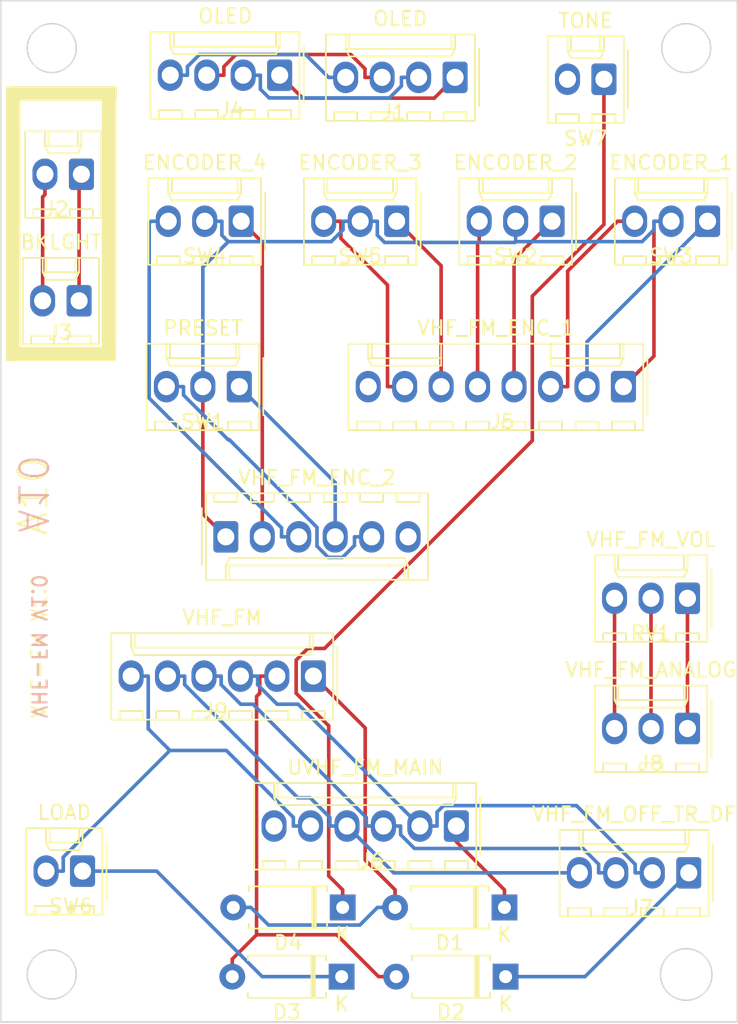
<source format=kicad_pcb>
(kicad_pcb (version 20221018) (generator pcbnew)
  (layers (0 "F.Cu" signal) (31 "B.Cu" signal) (34 "B.Paste" user) (35 "F.Paste" user) (36 "B.SilkS" user "B.Silkscreen") (37 "F.SilkS" user "F.Silkscreen") (38 "B.Mask" user) (39 "F.Mask" user) (44 "Edge.Cuts" user))
  (net 0 "")
  (net 1 "Net-(D1-K)")
  (net 2 "/COL6")
  (net 3 "Net-(D2-K)")
  (net 4 "Net-(D3-K)")
  (net 5 "Net-(D4-K)")
  (net 6 "/COL7")
  (net 7 "/ANALOG_5V")
  (net 8 "/ANALOG_GND")
  (net 9 "/ROW0")
  (net 10 "/ROW1")
  (net 11 "/ROW2")
  (net 12 "/ROW3")
  (net 13 "/ROW4")
  (net 14 "GND")
  (net 15 "Net-(J1-Pin_1)")
  (net 16 "Net-(J1-Pin_2)")
  (net 17 "Net-(J1-Pin_3)")
  (net 18 "Net-(J1-Pin_4)")
  (net 19 "Net-(J2-Pin_1)")
  (net 20 "Net-(J2-Pin_2)")
  (net 21 "/VHF__FM_ENC_1_A")
  (net 22 "/VHF__FM_ENC_1_B")
  (net 24 "/VHF_FM_VOL")
  (net 25 "/VHF__FM_PRESET_A")
  (net 26 "/VHF__FM_PRESET_B")
  (net 27 "/VHF__FM_ENC_2_A")
  (net 28 "/VHF__FM_ENC_2_B")
  (net 29 "/VHF__FM_ENC_4_A")
  (net 30 "/VHF__FM_ENC_4_B")
  (net 31 "/VHF__FM_ENC_3_A")
  (net 32 "/VHF__FM_ENC_3_B")
  (footprint "Connector_Molex:Molex_KK-254_AE-6410-06A_1x06_P2.54mm_Vertical" (layer "F.Cu") (at 121.47 81.47)
    (fp_text reference "VHF_FM_ENC_2" (at 6.35 -4.12) (layer "F.SilkS"))
    (fp_text value "UHF_MAIN")
    (pad "1" thru_hole roundrect (at 0 0) (size 1.74 2.19) (drill 1.19) (layers "*.Cu" "*.Mask") (roundrect_rratio 0.1436781609) (net 14 "GND"))
    (pad "2" thru_hole oval (at 2.54 0) (size 1.74 2.19) (drill 1.19) (layers "*.Cu" "*.Mask") (net 29 "/VHF__FM_ENC_4_A"))
    (pad "3" thru_hole oval (at 5.08 0) (size 1.74 2.19) (drill 1.19) (layers "*.Cu" "*.Mask") (net 30 "/VHF__FM_ENC_4_B"))
    (pad "4" thru_hole oval (at 7.62 0) (size 1.74 2.19) (drill 1.19) (layers "*.Cu" "*.Mask") (net 25 "/VHF__FM_PRESET_A"))
    (pad "5" thru_hole oval (at 10.16 0) (size 1.74 2.19) (drill 1.19) (layers "*.Cu" "*.Mask") (net 26 "/VHF__FM_PRESET_B"))
    (pad "6" thru_hole oval (at 12.7 0) (size 1.74 2.19) (drill 1.19) (layers "*.Cu" "*.Mask"))
  )
  (footprint "Connector_Molex:Molex_KK-254_AE-6410-02A_1x02_P2.54mm_Vertical" (layer "F.Cu") (at 147.81 49.6 180)
    (fp_text reference "SW7" (at 1.27 -4.12) (layer "F.SilkS"))
    (fp_text value "TONE" (at 1.27 4.08) (layer "F.SilkS"))
    (pad "1" thru_hole roundrect (at 0 0 180) (size 1.74 2.19) (drill 1.19) (layers "*.Cu" "*.Mask") (roundrect_rratio 0.1436781609) (net 5 "Net-(D4-K)"))
    (pad "2" thru_hole oval (at 2.54 0 180) (size 1.74 2.19) (drill 1.19) (layers "*.Cu" "*.Mask") (net 13 "/ROW4"))
  )
  (footprint "Connector_Molex:Molex_KK-254_AE-6410-04A_1x04_P2.54mm_Vertical" (layer "F.Cu") (at 137.44 49.47 180)
    (fp_text reference "J1" (at 4.28 -2.43) (layer "F.SilkS"))
    (fp_text value "OLED" (at 3.81 4.08) (layer "F.SilkS"))
    (pad "1" thru_hole roundrect (at 0 0 180) (size 1.74 2.19) (drill 1.19) (layers "*.Cu" "*.Mask") (roundrect_rratio 0.1436781609) (net 15 "Net-(J1-Pin_1)"))
    (pad "2" thru_hole oval (at 2.54 0 180) (size 1.74 2.19) (drill 1.19) (layers "*.Cu" "*.Mask") (net 16 "Net-(J1-Pin_2)"))
    (pad "3" thru_hole oval (at 5.08 0 180) (size 1.74 2.19) (drill 1.19) (layers "*.Cu" "*.Mask") (net 17 "Net-(J1-Pin_3)"))
    (pad "4" thru_hole oval (at 7.62 0 180) (size 1.74 2.19) (drill 1.19) (layers "*.Cu" "*.Mask") (net 18 "Net-(J1-Pin_4)"))
  )
  (footprint "Connector_Molex:Molex_KK-254_AE-6410-03A_1x03_P2.54mm_Vertical" (layer "F.Cu") (at 153.63 85.75 180)
    (fp_text reference "RV1" (at 2.54 -2.43) (layer "F.SilkS"))
    (fp_text value "VHF_FM_VOL" (at 2.54 4.08) (layer "F.SilkS"))
    (pad "1" thru_hole roundrect (at 0 0 180) (size 1.74 2.19) (drill 1.19) (layers "*.Cu" "*.Mask") (roundrect_rratio 0.1436781609) (net 7 "/ANALOG_5V"))
    (pad "2" thru_hole oval (at 2.54 0 180) (size 1.74 2.19) (drill 1.19) (layers "*.Cu" "*.Mask") (net 24 "/VHF_FM_VOL"))
    (pad "3" thru_hole oval (at 5.08 0 180) (size 1.74 2.19) (drill 1.19) (layers "*.Cu" "*.Mask") (net 8 "/ANALOG_GND"))
  )
  (footprint "Connector_Molex:Molex_KK-254_AE-6410-03A_1x03_P2.54mm_Vertical" (layer "F.Cu") (at 133.37 59.49 180)
    (fp_text reference "SW5" (at 2.54 -2.43) (layer "F.SilkS"))
    (fp_text value "ENCODER_3" (at 2.54 4.08) (layer "F.SilkS"))
    (pad "1" thru_hole roundrect (at 0 0 180) (size 1.74 2.19) (drill 1.19) (layers "*.Cu" "*.Mask") (roundrect_rratio 0.1436781609) (net 31 "/VHF__FM_ENC_3_A"))
    (pad "2" thru_hole oval (at 2.54 0 180) (size 1.74 2.19) (drill 1.19) (layers "*.Cu" "*.Mask") (net 14 "GND"))
    (pad "3" thru_hole oval (at 5.08 0 180) (size 1.74 2.19) (drill 1.19) (layers "*.Cu" "*.Mask") (net 32 "/VHF__FM_ENC_3_B"))
  )
  (footprint "Connector_Molex:Molex_KK-254_AE-6410-08A_1x08_P2.54mm_Vertical" (layer "F.Cu") (at 149.17 71.01 180)
    (fp_text reference "J5" (at 8.42 -2.43) (layer "F.SilkS"))
    (fp_text value "VHF_FM_ENC_1" (at 8.89 4.08) (layer "F.SilkS"))
    (pad "1" thru_hole roundrect (at 0 0 180) (size 1.74 2.19) (drill 1.19) (layers "*.Cu" "*.Mask") (roundrect_rratio 0.1436781609) (net 14 "GND"))
    (pad "2" thru_hole oval (at 2.54 0 180) (size 1.74 2.19) (drill 1.19) (layers "*.Cu" "*.Mask") (net 21 "/VHF__FM_ENC_1_A"))
    (pad "3" thru_hole oval (at 5.08 0 180) (size 1.74 2.19) (drill 1.19) (layers "*.Cu" "*.Mask") (net 22 "/VHF__FM_ENC_1_B"))
    (pad "4" thru_hole oval (at 7.62 0 180) (size 1.74 2.19) (drill 1.19) (layers "*.Cu" "*.Mask") (net 27 "/VHF__FM_ENC_2_A"))
    (pad "5" thru_hole oval (at 10.16 0 180) (size 1.74 2.19) (drill 1.19) (layers "*.Cu" "*.Mask") (net 28 "/VHF__FM_ENC_2_B"))
    (pad "6" thru_hole oval (at 12.7 0 180) (size 1.74 2.19) (drill 1.19) (layers "*.Cu" "*.Mask") (net 31 "/VHF__FM_ENC_3_A"))
    (pad "7" thru_hole oval (at 15.24 0 180) (size 1.74 2.19) (drill 1.19) (layers "*.Cu" "*.Mask") (net 32 "/VHF__FM_ENC_3_B"))
    (pad "8" thru_hole oval (at 17.78 0 180) (size 1.74 2.19) (drill 1.19) (layers "*.Cu" "*.Mask"))
  )
  (footprint "Diode_THT:D_A-405_P7.62mm_Horizontal" (layer "F.Cu") (at 129.61 107.28 180)
    (fp_text reference "D4" (at 3.81 -2.47) (layer "F.SilkS"))
    (fp_text value "D")
    (fp_text user "K" (at 0 -1.9) (layer "F.SilkS"))
    (pad "1" thru_hole rect (at 0 0 180) (size 1.8 1.8) (drill 0.9) (layers "*.Cu" "*.Mask") (net 5 "Net-(D4-K)"))
    (pad "2" thru_hole oval (at 7.62 0 180) (size 1.8 1.8) (drill 0.9) (layers "*.Cu" "*.Mask") (net 2 "/COL6"))
  )
  (footprint "Connector_Molex:Molex_KK-254_AE-6410-06A_1x06_P2.54mm_Vertical" (layer "F.Cu") (at 127.57 91.17 180)
    (fp_text reference "J9" (at 6.82 -2.43) (layer "F.SilkS"))
    (fp_text value "VHF_FM" (at 6.35 4.08) (layer "F.SilkS"))
    (pad "1" thru_hole roundrect (at 0 0 180) (size 1.74 2.19) (drill 1.19) (layers "*.Cu" "*.Mask") (roundrect_rratio 0.1436781609) (net 2 "/COL6"))
    (pad "2" thru_hole oval (at 2.54 0 180) (size 1.74 2.19) (drill 1.19) (layers "*.Cu" "*.Mask") (net 6 "/COL7"))
    (pad "3" thru_hole oval (at 5.08 0 180) (size 1.74 2.19) (drill 1.19) (layers "*.Cu" "*.Mask") (net 9 "/ROW0"))
    (pad "4" thru_hole oval (at 7.62 0 180) (size 1.74 2.19) (drill 1.19) (layers "*.Cu" "*.Mask") (net 10 "/ROW1"))
    (pad "5" thru_hole oval (at 10.16 0 180) (size 1.74 2.19) (drill 1.19) (layers "*.Cu" "*.Mask") (net 11 "/ROW2"))
    (pad "6" thru_hole oval (at 12.7 0 180) (size 1.74 2.19) (drill 1.19) (layers "*.Cu" "*.Mask") (net 12 "/ROW3"))
  )
  (footprint "Connector_Molex:Molex_KK-254_AE-6410-06A_1x06_P2.54mm_Vertical" (layer "F.Cu") (at 137.53 101.61 180)
    (fp_text reference "J6" (at 5.88 -2.43 180) (layer "F.SilkS"))
    (fp_text value "UVHF_FM_MAIN" (at 6.35 4.08 180) (layer "F.SilkS"))
    (pad "1" thru_hole roundrect (at 0 0 180) (size 1.74 2.19) (drill 1.19) (layers "*.Cu" "*.Mask") (roundrect_rratio 0.1436781609) (net 1 "Net-(D1-K)"))
    (pad "2" thru_hole oval (at 2.54 0 180) (size 1.74 2.19) (drill 1.19) (layers "*.Cu" "*.Mask") (net 9 "/ROW0"))
    (pad "3" thru_hole oval (at 5.08 0 180) (size 1.74 2.19) (drill 1.19) (layers "*.Cu" "*.Mask") (net 10 "/ROW1"))
    (pad "4" thru_hole oval (at 7.62 0 180) (size 1.74 2.19) (drill 1.19) (layers "*.Cu" "*.Mask") (net 11 "/ROW2"))
    (pad "5" thru_hole oval (at 10.16 0 180) (size 1.74 2.19) (drill 1.19) (layers "*.Cu" "*.Mask") (net 12 "/ROW3"))
    (pad "6" thru_hole oval (at 12.7 0 180) (size 1.74 2.19) (drill 1.19) (layers "*.Cu" "*.Mask"))
  )
  (footprint "Connector_Molex:Molex_KK-254_AE-6410-02A_1x02_P2.54mm_Vertical" (layer "F.Cu") (at 111.25 65.03 180)
    (fp_text reference "J3" (at 1.31 -2.2 180) (layer "F.SilkS"))
    (fp_text value "BKLGHT" (at 1.27 4.08 180) (layer "F.SilkS"))
    (pad "1" thru_hole roundrect (at 0 0 180) (size 1.74 2.19) (drill 1.19) (layers "*.Cu" "*.Mask") (roundrect_rratio 0.1436781609) (net 19 "Net-(J2-Pin_1)"))
    (pad "2" thru_hole oval (at 2.54 0 180) (size 1.74 2.19) (drill 1.19) (layers "*.Cu" "*.Mask") (net 20 "Net-(J2-Pin_2)"))
  )
  (footprint "Connector_Molex:Molex_KK-254_AE-6410-03A_1x03_P2.54mm_Vertical" (layer "F.Cu") (at 153.63 94.82 180)
    (fp_text reference "J8" (at 2.54 -2.43 180) (layer "F.SilkS"))
    (fp_text value "VHF_FM_ANALOG" (at 2.54 4.08 180) (layer "F.SilkS"))
    (pad "1" thru_hole roundrect (at 0 0 180) (size 1.74 2.19) (drill 1.19) (layers "*.Cu" "*.Mask") (roundrect_rratio 0.1436781609) (net 7 "/ANALOG_5V"))
    (pad "2" thru_hole oval (at 2.54 0 180) (size 1.74 2.19) (drill 1.19) (layers "*.Cu" "*.Mask") (net 24 "/VHF_FM_VOL"))
    (pad "3" thru_hole oval (at 5.08 0 180) (size 1.74 2.19) (drill 1.19) (layers "*.Cu" "*.Mask") (net 8 "/ANALOG_GND"))
  )
  (footprint "Connector_Molex:Molex_KK-254_AE-6410-03A_1x03_P2.54mm_Vertical" (layer "F.Cu") (at 155.03 59.49 180)
    (fp_text reference "SW3" (at 2.54 -2.43) (layer "F.SilkS"))
    (fp_text value "ENCODER_1" (at 2.54 4.08) (layer "F.SilkS"))
    (pad "1" thru_hole roundrect (at 0 0 180) (size 1.74 2.19) (drill 1.19) (layers "*.Cu" "*.Mask") (roundrect_rratio 0.1436781609) (net 21 "/VHF__FM_ENC_1_A"))
    (pad "2" thru_hole oval (at 2.54 0 180) (size 1.74 2.19) (drill 1.19) (layers "*.Cu" "*.Mask") (net 14 "GND"))
    (pad "3" thru_hole oval (at 5.08 0 180) (size 1.74 2.19) (drill 1.19) (layers "*.Cu" "*.Mask") (net 22 "/VHF__FM_ENC_1_B"))
  )
  (footprint "Diode_THT:D_A-405_P7.62mm_Horizontal" (layer "F.Cu") (at 140.96 112.1 180)
    (fp_text reference "D2" (at 3.81 -2.47) (layer "F.SilkS"))
    (fp_text value "D")
    (fp_text user "K" (at 0 -1.9) (layer "F.SilkS"))
    (pad "1" thru_hole rect (at 0 0 180) (size 1.8 1.8) (drill 0.9) (layers "*.Cu" "*.Mask") (net 3 "Net-(D2-K)"))
    (pad "2" thru_hole oval (at 7.62 0 180) (size 1.8 1.8) (drill 0.9) (layers "*.Cu" "*.Mask") (net 6 "/COL7"))
  )
  (footprint "Connector_Molex:Molex_KK-254_AE-6410-04A_1x04_P2.54mm_Vertical" (layer "F.Cu") (at 153.72 104.87 180)
    (fp_text reference "J7" (at 3.34 -2.43) (layer "F.SilkS"))
    (fp_text value "VHF_FM_OFF_TR_DF" (at 3.81 4.08) (layer "F.SilkS"))
    (pad "1" thru_hole roundrect (at 0 0 180) (size 1.74 2.19) (drill 1.19) (layers "*.Cu" "*.Mask") (roundrect_rratio 0.1436781609) (net 3 "Net-(D2-K)"))
    (pad "2" thru_hole oval (at 2.54 0 180) (size 1.74 2.19) (drill 1.19) (layers "*.Cu" "*.Mask") (net 9 "/ROW0"))
    (pad "3" thru_hole oval (at 5.08 0 180) (size 1.74 2.19) (drill 1.19) (layers "*.Cu" "*.Mask") (net 10 "/ROW1"))
    (pad "4" thru_hole oval (at 7.62 0 180) (size 1.74 2.19) (drill 1.19) (layers "*.Cu" "*.Mask") (net 11 "/ROW2"))
  )
  (footprint "Connector_Molex:Molex_KK-254_AE-6410-04A_1x04_P2.54mm_Vertical" (layer "F.Cu") (at 125.22 49.32 180)
    (fp_text reference "J4" (at 3.34 -2.43) (layer "F.SilkS"))
    (fp_text value "OLED" (at 3.78 4.12) (layer "F.SilkS"))
    (pad "1" thru_hole roundrect (at 0 0 180) (size 1.74 2.19) (drill 1.19) (layers "*.Cu" "*.Mask") (roundrect_rratio 0.1436781609) (net 15 "Net-(J1-Pin_1)"))
    (pad "2" thru_hole oval (at 2.54 0 180) (size 1.74 2.19) (drill 1.19) (layers "*.Cu" "*.Mask") (net 16 "Net-(J1-Pin_2)"))
    (pad "3" thru_hole oval (at 5.08 0 180) (size 1.74 2.19) (drill 1.19) (layers "*.Cu" "*.Mask") (net 17 "Net-(J1-Pin_3)"))
    (pad "4" thru_hole oval (at 7.62 0 180) (size 1.74 2.19) (drill 1.19) (layers "*.Cu" "*.Mask") (net 18 "Net-(J1-Pin_4)"))
  )
  (footprint "Connector_Molex:Molex_KK-254_AE-6410-03A_1x03_P2.54mm_Vertical" (layer "F.Cu") (at 122.41 71.01 180)
    (fp_text reference "SW1" (at 2.54 -2.43) (layer "F.SilkS"))
    (fp_text value "PRESET" (at 2.54 4.08) (layer "F.SilkS"))
    (pad "1" thru_hole roundrect (at 0 0 180) (size 1.74 2.19) (drill 1.19) (layers "*.Cu" "*.Mask") (roundrect_rratio 0.1436781609) (net 25 "/VHF__FM_PRESET_A"))
    (pad "2" thru_hole oval (at 2.54 0 180) (size 1.74 2.19) (drill 1.19) (layers "*.Cu" "*.Mask") (net 14 "GND"))
    (pad "3" thru_hole oval (at 5.08 0 180) (size 1.74 2.19) (drill 1.19) (layers "*.Cu" "*.Mask") (net 26 "/VHF__FM_PRESET_B"))
  )
  (footprint "Diode_THT:D_A-405_P7.62mm_Horizontal" (layer "F.Cu") (at 140.88 107.28 180)
    (fp_text reference "D1" (at 3.81 -2.47) (layer "F.SilkS"))
    (fp_text value "D")
    (fp_text user "K" (at 0 -1.9) (layer "F.SilkS"))
    (pad "1" thru_hole rect (at 0 0 180) (size 1.8 1.8) (drill 0.9) (layers "*.Cu" "*.Mask") (net 1 "Net-(D1-K)"))
    (pad "2" thru_hole oval (at 7.62 0 180) (size 1.8 1.8) (drill 0.9) (layers "*.Cu" "*.Mask") (net 2 "/COL6"))
  )
  (footprint "Connector_Molex:Molex_KK-254_AE-6410-03A_1x03_P2.54mm_Vertical" (layer "F.Cu") (at 144.2 59.49 180)
    (fp_text reference "SW2" (at 2.54 -2.43) (layer "F.SilkS"))
    (fp_text value "ENCODER_2" (at 2.54 4.08) (layer "F.SilkS"))
    (pad "1" thru_hole roundrect (at 0 0 180) (size 1.74 2.19) (drill 1.19) (layers "*.Cu" "*.Mask") (roundrect_rratio 0.1436781609) (net 27 "/VHF__FM_ENC_2_A"))
    (pad "2" thru_hole oval (at 2.54 0 180) (size 1.74 2.19) (drill 1.19) (layers "*.Cu" "*.Mask") (net 14 "GND"))
    (pad "3" thru_hole oval (at 5.08 0 180) (size 1.74 2.19) (drill 1.19) (layers "*.Cu" "*.Mask") (net 28 "/VHF__FM_ENC_2_B"))
  )
  (footprint "Diode_THT:D_A-405_P7.62mm_Horizontal" (layer "F.Cu") (at 129.54 112.1 180)
    (fp_text reference "D3" (at 3.81 -2.47) (layer "F.SilkS"))
    (fp_text value "D")
    (fp_text user "K" (at 0 -1.9) (layer "F.SilkS"))
    (pad "1" thru_hole rect (at 0 0 180) (size 1.8 1.8) (drill 0.9) (layers "*.Cu" "*.Mask") (net 4 "Net-(D3-K)"))
    (pad "2" thru_hole oval (at 7.62 0 180) (size 1.8 1.8) (drill 0.9) (layers "*.Cu" "*.Mask") (net 6 "/COL7"))
  )
  (footprint "Connector_Molex:Molex_KK-254_AE-6410-03A_1x03_P2.54mm_Vertical" (layer "F.Cu") (at 122.54 59.49 180)
    (fp_text reference "SW4" (at 2.54 -2.43) (layer "F.SilkS"))
    (fp_text value "ENCODER_4" (at 2.54 4.08) (layer "F.SilkS"))
    (pad "1" thru_hole roundrect (at 0 0 180) (size 1.74 2.19) (drill 1.19) (layers "*.Cu" "*.Mask") (roundrect_rratio 0.1436781609) (net 29 "/VHF__FM_ENC_4_A"))
    (pad "2" thru_hole oval (at 2.54 0 180) (size 1.74 2.19) (drill 1.19) (layers "*.Cu" "*.Mask") (net 14 "GND"))
    (pad "3" thru_hole oval (at 5.08 0 180) (size 1.74 2.19) (drill 1.19) (layers "*.Cu" "*.Mask") (net 30 "/VHF__FM_ENC_4_B"))
  )
  (footprint "Connector_Molex:Molex_KK-254_AE-6410-02A_1x02_P2.54mm_Vertical" (layer "F.Cu") (at 111.41 56.22 180)
    (fp_text reference "J2" (at 1.74 -2.43) (layer "F.SilkS"))
    (fp_text value "BKLGHT")
    (pad "1" thru_hole roundrect (at 0 0 180) (size 1.74 2.19) (drill 1.19) (layers "*.Cu" "*.Mask") (roundrect_rratio 0.1436781609) (net 19 "Net-(J2-Pin_1)"))
    (pad "2" thru_hole oval (at 2.54 0 180) (size 1.74 2.19) (drill 1.19) (layers "*.Cu" "*.Mask") (net 20 "Net-(J2-Pin_2)"))
  )
  (footprint "Connector_Molex:Molex_KK-254_AE-6410-02A_1x02_P2.54mm_Vertical" (layer "F.Cu") (at 111.49 104.75 180)
    (fp_text reference "SW6" (at 0.8 -2.43) (layer "F.SilkS"))
    (fp_text value "LOAD" (at 1.27 4.08) (layer "F.SilkS"))
    (pad "1" thru_hole roundrect (at 0 0 180) (size 1.74 2.19) (drill 1.19) (layers "*.Cu" "*.Mask") (roundrect_rratio 0.1436781609) (net 4 "Net-(D3-K)"))
    (pad "2" thru_hole oval (at 2.54 0 180) (size 1.74 2.19) (drill 1.19) (layers "*.Cu" "*.Mask") (net 12 "/ROW3"))
  )
  (gr_rect (start 106.23 69.1577) (end 107.09 50.1723) (stroke (width 0.15)) (fill solid) (layer "F.SilkS"))
  (gr_rect (start 112.91 68.33) (end 113.77 50.9946) (stroke (width 0.15)) (fill solid) (layer "F.SilkS"))
  (gr_rect (start 106.75 51.02) (end 113.8 50.16) (stroke (width 0.15)) (fill solid) (layer "F.SilkS"))
  (gr_rect (start 106.75 69.17) (end 113.74 68.31) (stroke (width 0.15)) (fill solid) (layer "F.SilkS"))
  (gr_rect (start 105.79 44.132) (end 157.098 115.252) (stroke (width 0.1)) (fill none) (layer "Edge.Cuts"))
  (gr_circle (center 153.542 47.434) (end 154.304 45.91) (stroke (width 0.1)) (fill none) (layer "Edge.Cuts"))
  (gr_circle (center 109.346 47.434) (end 110.108 45.91) (stroke (width 0.1)) (fill none) (layer "Edge.Cuts"))
  (gr_circle (center 109.346 111.95) (end 110.108 110.426) (stroke (width 0.1)) (fill none) (layer "Edge.Cuts"))
  (gr_circle (center 153.542 111.95) (end 153.796 110.172) (stroke (width 0.1)) (fill none) (layer "Edge.Cuts"))
  (gr_text "VHF-FM V1.0" (at 107.86 94.19 -90) (layer "B.SilkS") (effects (font (size 1 1)) (justify left bottom mirror)))
  (gr_text "A10" (at 106.84 81.33 -90) (layer "B.SilkS") (effects (font (size 2 2)) (justify left bottom mirror)))
  (gr_text "A10" (at 109.22 81.51 90) (layer "F.SilkS") (effects (font (size 2 2)) (justify left bottom)))
  (gr_text "VHF-FM V1.0" (at 109.05 94.19 90) (layer "F.SilkS") (effects (font (size 1 1)) (justify left bottom)))
  (segment (start 140.88 107.28) (end 140.88 106.0547) (width 0.25) (layer "F.Cu") (net 1))
  (segment (start 140.88 106.0547) (end 137.53 102.7047) (width 0.25) (layer "F.Cu") (net 1))
  (segment (start 137.53 102.7047) (end 137.53 101.61) (width 0.25) (layer "F.Cu") (net 1))
  (segment (start 133.26 107.28) (end 133.26 106.0547) (width 0.25) (layer "F.Cu") (net 2))
  (segment (start 131.18 94.78) (end 131.18 103.9747) (width 0.25) (layer "F.Cu") (net 2))
  (segment (start 131.18 103.9747) (end 133.26 106.0547) (width 0.25) (layer "F.Cu") (net 2))
  (segment (start 127.57 91.17) (end 131.18 94.78) (width 0.25) (layer "F.Cu") (net 2))
  (segment (start 121.99 107.28) (end 123.2153 107.28) (width 0.25) (layer "B.Cu") (net 2))
  (segment (start 133.26 107.28) (end 132.0347 107.28) (width 0.25) (layer "B.Cu") (net 2))
  (segment (start 130.8094 108.5053) (end 124.4406 108.5053) (width 0.25) (layer "B.Cu") (net 2))
  (segment (start 132.0347 107.28) (end 130.8094 108.5053) (width 0.25) (layer "B.Cu") (net 2))
  (segment (start 124.4406 108.5053) (end 123.2153 107.28) (width 0.25) (layer "B.Cu") (net 2))
  (segment (start 140.96 112.1) (end 146.49 112.1) (width 0.25) (layer "B.Cu") (net 3))
  (segment (start 146.49 112.1) (end 153.72 104.87) (width 0.25) (layer "B.Cu") (net 3))
  (segment (start 124.0073 112.1) (end 116.6573 104.75) (width 0.25) (layer "B.Cu") (net 4))
  (segment (start 129.54 112.1) (end 124.0073 112.1) (width 0.25) (layer "B.Cu") (net 4))
  (segment (start 116.6573 104.75) (end 111.49 104.75) (width 0.25) (layer "B.Cu") (net 4))
  (segment (start 128.3484 89.2425) (end 142.82 74.7709) (width 0.25) (layer "F.Cu") (net 5))
  (segment (start 126.3705 90.053) (end 127.181 89.2425) (width 0.25) (layer "F.Cu") (net 5))
  (segment (start 147.81 59.7144) (end 147.81 49.6) (width 0.25) (layer "F.Cu") (net 5))
  (segment (start 142.82 74.7709) (end 142.82 64.7044) (width 0.25) (layer "F.Cu") (net 5))
  (segment (start 126.3705 92.363) (end 126.3705 90.053) (width 0.25) (layer "F.Cu") (net 5))
  (segment (start 129.61 107.28) (end 129.61 106.0547) (width 0.25) (layer "F.Cu") (net 5))
  (segment (start 128.64 105.0847) (end 128.64 94.6325) (width 0.25) (layer "F.Cu") (net 5))
  (segment (start 127.181 89.2425) (end 128.3484 89.2425) (width 0.25) (layer "F.Cu") (net 5))
  (segment (start 128.64 94.6325) (end 126.3705 92.363) (width 0.25) (layer "F.Cu") (net 5))
  (segment (start 129.61 106.0547) (end 128.64 105.0847) (width 0.25) (layer "F.Cu") (net 5))
  (segment (start 142.82 64.7044) (end 147.81 59.7144) (width 0.25) (layer "F.Cu") (net 5))
  (segment (start 123.6124 92.5876) (end 123.6124 109.1823) (width 0.25) (layer "F.Cu") (net 6))
  (segment (start 123.8347 91.17) (end 123.8347 92.3653) (width 0.25) (layer "F.Cu") (net 6))
  (segment (start 125.03 91.17) (end 123.8347 91.17) (width 0.25) (layer "F.Cu") (net 6))
  (segment (start 133.34 112.1) (end 132.1147 112.1) (width 0.25) (layer "F.Cu") (net 6))
  (segment (start 129.197 109.1823) (end 132.1147 112.1) (width 0.25) (layer "F.Cu") (net 6))
  (segment (start 123.6124 109.1823) (end 129.197 109.1823) (width 0.25) (layer "F.Cu") (net 6))
  (segment (start 123.8347 92.3653) (end 123.6124 92.5876) (width 0.25) (layer "F.Cu") (net 6))
  (segment (start 121.92 112.1) (end 121.92 110.8747) (width 0.25) (layer "F.Cu") (net 6))
  (segment (start 123.6124 109.1823) (end 121.92 110.8747) (width 0.25) (layer "F.Cu") (net 6))
  (segment (start 153.63 85.75) (end 153.63 94.82) (width 0.25) (layer "F.Cu") (net 7))
  (segment (start 148.55 85.75) (end 148.55 94.82) (width 0.25) (layer "F.Cu") (net 8))
  (segment (start 126.5052 93.1252) (end 134.99 101.61) (width 0.25) (layer "B.Cu") (net 9))
  (segment (start 134.99 101.61) (end 136.1853 101.61) (width 0.25) (layer "B.Cu") (net 9))
  (segment (start 123.6853 91.7677) (end 125.0428 93.1252) (width 0.25) (layer "B.Cu") (net 9))
  (segment (start 151.18 104.87) (end 149.9847 104.87) (width 0.25) (layer "B.Cu") (net 9))
  (segment (start 122.49 91.17) (end 123.6853 91.17) (width 0.25) (layer "B.Cu") (net 9))
  (segment (start 123.6853 91.17) (end 123.6853 91.7677) (width 0.25) (layer "B.Cu") (net 9))
  (segment (start 136.6353 100.1888) (end 136.1853 100.6388) (width 0.25) (layer "B.Cu") (net 9))
  (segment (start 145.9011 100.1888) (end 136.6353 100.1888) (width 0.25) (layer "B.Cu") (net 9))
  (segment (start 149.9847 104.87) (end 149.9847 104.2724) (width 0.25) (layer "B.Cu") (net 9))
  (segment (start 149.9847 104.2724) (end 145.9011 100.1888) (width 0.25) (layer "B.Cu") (net 9))
  (segment (start 136.1853 100.6388) (end 136.1853 101.61) (width 0.25) (layer "B.Cu") (net 9))
  (segment (start 125.0428 93.1252) (end 126.5052 93.1252) (width 0.25) (layer "B.Cu") (net 9))
  (segment (start 147.4447 104.2724) (end 146.3463 103.174) (width 0.25) (layer "B.Cu") (net 10))
  (segment (start 122.5028 93.1252) (end 123.3675 93.1252) (width 0.25) (layer "B.Cu") (net 10))
  (segment (start 119.95 91.17) (end 121.1453 91.17) (width 0.25) (layer "B.Cu") (net 10))
  (segment (start 146.3463 103.174) (end 134.6116 103.174) (width 0.25) (layer "B.Cu") (net 10))
  (segment (start 148.64 104.87) (end 147.4447 104.87) (width 0.25) (layer "B.Cu") (net 10))
  (segment (start 131.2547 101.0124) (end 131.2547 101.61) (width 0.25) (layer "B.Cu") (net 10))
  (segment (start 133.6453 102.2077) (end 133.6453 101.61) (width 0.25) (layer "B.Cu") (net 10))
  (segment (start 132.45 101.61) (end 133.6453 101.61) (width 0.25) (layer "B.Cu") (net 10))
  (segment (start 123.3675 93.1252) (end 131.2547 101.0124) (width 0.25) (layer "B.Cu") (net 10))
  (segment (start 147.4447 104.87) (end 147.4447 104.2724) (width 0.25) (layer "B.Cu") (net 10))
  (segment (start 132.45 101.61) (end 131.2547 101.61) (width 0.25) (layer "B.Cu") (net 10))
  (segment (start 121.1453 91.17) (end 121.1453 91.7677) (width 0.25) (layer "B.Cu") (net 10))
  (segment (start 134.6116 103.174) (end 133.6453 102.2077) (width 0.25) (layer "B.Cu") (net 10))
  (segment (start 121.1453 91.7677) (end 122.5028 93.1252) (width 0.25) (layer "B.Cu") (net 10))
  (segment (start 117.41 91.17) (end 118.6053 91.17) (width 0.25) (layer "B.Cu") (net 11))
  (segment (start 133.17 104.87) (end 129.91 101.61) (width 0.25) (layer "B.Cu") (net 11))
  (segment (start 128.7147 101.0124) (end 128.7147 101.61) (width 0.25) (layer "B.Cu") (net 11))
  (segment (start 118.6053 91.7676) (end 126.4787 99.641) (width 0.25) (layer "B.Cu") (net 11))
  (segment (start 129.91 101.61) (end 128.7147 101.61) (width 0.25) (layer "B.Cu") (net 11))
  (segment (start 146.1 104.87) (end 133.17 104.87) (width 0.25) (layer "B.Cu") (net 11))
  (segment (start 127.3433 99.641) (end 128.7147 101.0124) (width 0.25) (layer "B.Cu") (net 11))
  (segment (start 118.6053 91.17) (end 118.6053 91.7676) (width 0.25) (layer "B.Cu") (net 11))
  (segment (start 126.4787 99.641) (end 127.3433 99.641) (width 0.25) (layer "B.Cu") (net 11))
  (segment (start 126.1747 101.61) (end 126.1747 101.0124) (width 0.25) (layer "B.Cu") (net 12))
  (segment (start 110.1453 103.7788) (end 110.1453 104.75) (width 0.25) (layer "B.Cu") (net 12))
  (segment (start 114.87 91.17) (end 116.0653 91.17) (width 0.25) (layer "B.Cu") (net 12))
  (segment (start 117.5754 96.3487) (end 110.1453 103.7788) (width 0.25) (layer "B.Cu") (net 12))
  (segment (start 108.95 104.75) (end 110.1453 104.75) (width 0.25) (layer "B.Cu") (net 12))
  (segment (start 127.37 101.61) (end 126.1747 101.61) (width 0.25) (layer "B.Cu") (net 12))
  (segment (start 126.1747 101.0124) (end 121.511 96.3487) (width 0.25) (layer "B.Cu") (net 12))
  (segment (start 121.511 96.3487) (end 117.5754 96.3487) (width 0.25) (layer "B.Cu") (net 12))
  (segment (start 116.0653 91.17) (end 116.0653 94.8386) (width 0.25) (layer "B.Cu") (net 12))
  (segment (start 116.0653 94.8386) (end 117.5754 96.3487) (width 0.25) (layer "B.Cu") (net 12))
  (segment (start 151.2947 68.8853) (end 149.17 71.01) (width 0.25) (layer "F.Cu") (net 14))
  (segment (start 151.2947 59.49) (end 151.2947 68.8853) (width 0.25) (layer "F.Cu") (net 14))
  (segment (start 119.87 79.87) (end 121.47 81.47) (width 0.25) (layer "F.Cu") (net 14))
  (segment (start 119.87 71.01) (end 119.87 79.87) (width 0.25) (layer "F.Cu") (net 14))
  (segment (start 152.49 59.49) (end 151.2947 59.49) (width 0.25) (layer "F.Cu") (net 14))
  (segment (start 130.83 59.49) (end 132.0253 59.49) (width 0.25) (layer "B.Cu") (net 14))
  (segment (start 129.6347 60.0876) (end 129.6347 59.49) (width 0.25) (layer "B.Cu") (net 14))
  (segment (start 121.6455 60.9114) (end 128.8109 60.9114) (width 0.25) (layer "B.Cu") (net 14))
  (segment (start 121.1953 59.49) (end 121.1953 60.4612) (width 0.25) (layer "B.Cu") (net 14))
  (segment (start 121.1953 60.4612) (end 121.6455 60.9114) (width 0.25) (layer "B.Cu") (net 14))
  (segment (start 141.66 59.49) (end 141.66 60.9103) (width 0.25) (layer "B.Cu") (net 14))
  (segment (start 119.87 62.6869) (end 119.87 71.01) (width 0.25) (layer "B.Cu") (net 14))
  (segment (start 152.49 59.49) (end 151.2947 59.49) (width 0.25) (layer "B.Cu") (net 14))
  (segment (start 151.2947 60.0876) (end 151.2947 59.49) (width 0.25) (layer "B.Cu") (net 14))
  (segment (start 128.8109 60.9114) (end 129.6347 60.0876) (width 0.25) (layer "B.Cu") (net 14))
  (segment (start 141.66 60.9103) (end 141.6611 60.9114) (width 0.25) (layer "B.Cu") (net 14))
  (segment (start 141.6611 60.9114) (end 150.4709 60.9114) (width 0.25) (layer "B.Cu") (net 14))
  (segment (start 132.5302 60.9661) (end 132.0253 60.4612) (width 0.25) (layer "B.Cu") (net 14))
  (segment (start 141.6042 60.9661) (end 132.5302 60.9661) (width 0.25) (layer "B.Cu") (net 14))
  (segment (start 120 59.49) (end 121.1953 59.49) (width 0.25) (layer "B.Cu") (net 14))
  (segment (start 130.83 59.49) (end 129.6347 59.49) (width 0.25) (layer "B.Cu") (net 14))
  (segment (start 121.6455 60.9114) (end 119.87 62.6869) (width 0.25) (layer "B.Cu") (net 14))
  (segment (start 150.4709 60.9114) (end 151.2947 60.0876) (width 0.25) (layer "B.Cu") (net 14))
  (segment (start 141.66 60.9103) (end 141.6042 60.9661) (width 0.25) (layer "B.Cu") (net 14))
  (segment (start 132.0253 60.4612) (end 132.0253 59.49) (width 0.25) (layer "B.Cu") (net 14))
  (segment (start 137.44 49.47) (end 135.9925 50.9175) (width 0.25) (layer "F.Cu") (net 15))
  (segment (start 135.9925 50.9175) (end 126.8175 50.9175) (width 0.25) (layer "F.Cu") (net 15))
  (segment (start 126.8175 50.9175) (end 125.22 49.32) (width 0.25) (layer "F.Cu") (net 15))
  (segment (start 132.871 50.9013) (end 124.4854 50.9013) (width 0.25) (layer "B.Cu") (net 16))
  (segment (start 133.7047 49.47) (end 133.7047 50.0676) (width 0.25) (layer "B.Cu") (net 16))
  (segment (start 122.68 49.32) (end 123.8753 49.32) (width 0.25) (layer "B.Cu") (net 16))
  (segment (start 134.9 49.47) (end 133.7047 49.47) (width 0.25) (layer "B.Cu") (net 16))
  (segment (start 133.7047 50.0676) (end 132.871 50.9013) (width 0.25) (layer "B.Cu") (net 16))
  (segment (start 124.4854 50.9013) (end 123.8753 50.2912) (width 0.25) (layer "B.Cu") (net 16))
  (segment (start 123.8753 50.2912) (end 123.8753 49.32) (width 0.25) (layer "B.Cu") (net 16))
  (segment (start 120.14 49.32) (end 121.3353 49.32) (width 0.25) (layer "F.Cu") (net 17))
  (segment (start 130.1711 47.8788) (end 122.1788 47.8788) (width 0.25) (layer "F.Cu") (net 17))
  (segment (start 121.3353 48.7223) (end 121.3353 49.32) (width 0.25) (layer "F.Cu") (net 17))
  (segment (start 131.1647 48.8724) (end 130.1711 47.8788) (width 0.25) (layer "F.Cu") (net 17))
  (segment (start 132.36 49.47) (end 131.1647 49.47) (width 0.25) (layer "F.Cu") (net 17))
  (segment (start 122.1788 47.8788) (end 121.3353 48.7223) (width 0.25) (layer "F.Cu") (net 17))
  (segment (start 131.1647 49.47) (end 131.1647 48.8724) (width 0.25) (layer "F.Cu") (net 17))
  (segment (start 128.6247 49.47) (end 127.0335 47.8788) (width 0.25) (layer "B.Cu") (net 18))
  (segment (start 129.82 49.47) (end 128.6247 49.47) (width 0.25) (layer "B.Cu") (net 18))
  (segment (start 119.6388 47.8788) (end 118.7953 48.7223) (width 0.25) (layer "B.Cu") (net 18))
  (segment (start 127.0335 47.8788) (end 119.6388 47.8788) (width 0.25) (layer "B.Cu") (net 18))
  (segment (start 118.7953 48.7223) (end 118.7953 49.32) (width 0.25) (layer "B.Cu") (net 18))
  (segment (start 117.6 49.32) (end 118.7953 49.32) (width 0.25) (layer "B.Cu") (net 18))
  (segment (start 111.41 56.22) (end 111.25 56.38) (width 0.25) (layer "F.Cu") (net 19))
  (segment (start 111.25 56.38) (end 111.25 65.03) (width 0.25) (layer "F.Cu") (net 19))
  (segment (start 108.87 57.6403) (end 108.71 57.8003) (width 0.25) (layer "F.Cu") (net 20))
  (segment (start 108.71 57.8003) (end 108.71 65.03) (width 0.25) (layer "F.Cu") (net 20))
  (segment (start 108.87 56.22) (end 108.87 57.6403) (width 0.25) (layer "F.Cu") (net 20))
  (segment (start 155.03 59.49) (end 146.63 67.89) (width 0.25) (layer "B.Cu") (net 21))
  (segment (start 146.63 67.89) (end 146.63 71.01) (width 0.25) (layer "B.Cu") (net 21))
  (segment (start 148.7547 59.49) (end 145.2853 62.9594) (width 0.25) (layer "F.Cu") (net 22))
  (segment (start 144.09 71.01) (end 145.2853 71.01) (width 0.25) (layer "F.Cu") (net 22))
  (segment (start 145.2853 62.9594) (end 145.2853 71.01) (width 0.25) (layer "F.Cu") (net 22))
  (segment (start 149.95 59.49) (end 148.7547 59.49) (width 0.25) (layer "F.Cu") (net 22))
  (segment (start 151.09 85.75) (end 151.09 94.82) (width 0.25) (layer "F.Cu") (net 24))
  (segment (start 129.09 77.69) (end 129.09 81.47) (width 0.25) (layer "B.Cu") (net 25))
  (segment (start 122.41 71.01) (end 129.09 77.69) (width 0.25) (layer "B.Cu") (net 25))
  (segment (start 117.33 71.01) (end 118.5253 71.01) (width 0.25) (layer "B.Cu") (net 26))
  (segment (start 127.82 80.8061) (end 127.82 82.116) (width 0.25) (layer "B.Cu") (net 26))
  (segment (start 118.5253 71.01) (end 118.5253 71.5981) (width 0.25) (layer "B.Cu") (net 26))
  (segment (start 128.6046 82.9006) (end 129.6017 82.9006) (width 0.25) (layer "B.Cu") (net 26))
  (segment (start 130.4347 82.0676) (end 130.4347 81.47) (width 0.25) (layer "B.Cu") (net 26))
  (segment (start 121.6429 74.7157) (end 121.7296 74.7157) (width 0.25) (layer "B.Cu") (net 26))
  (segment (start 118.5253 71.5981) (end 121.6429 74.7157) (width 0.25) (layer "B.Cu") (net 26))
  (segment (start 129.6017 82.9006) (end 130.4347 82.0676) (width 0.25) (layer "B.Cu") (net 26))
  (segment (start 131.63 81.47) (end 130.4347 81.47) (width 0.25) (layer "B.Cu") (net 26))
  (segment (start 127.82 82.116) (end 128.6046 82.9006) (width 0.25) (layer "B.Cu") (net 26))
  (segment (start 121.7296 74.7157) (end 127.82 80.8061) (width 0.25) (layer "B.Cu") (net 26))
  (segment (start 141.55 62.14) (end 141.55 71.01) (width 0.25) (layer "F.Cu") (net 27))
  (segment (start 144.2 59.49) (end 141.55 62.14) (width 0.25) (layer "F.Cu") (net 27))
  (segment (start 139.12 60.9103) (end 139.01 61.0203) (width 0.25) (layer "F.Cu") (net 28))
  (segment (start 139.12 59.49) (end 139.12 60.9103) (width 0.25) (layer "F.Cu") (net 28))
  (segment (start 139.01 61.0203) (end 139.01 71.01) (width 0.25) (layer "F.Cu") (net 28))
  (segment (start 124.01 60.96) (end 124.01 81.47) (width 0.25) (layer "F.Cu") (net 29))
  (segment (start 122.54 59.49) (end 124.01 60.96) (width 0.25) (layer "F.Cu") (net 29))
  (segment (start 117.46 59.49) (end 116.2647 59.49) (width 0.25) (layer "B.Cu") (net 30))
  (segment (start 116.1331 59.6216) (end 116.1331 71.81) (width 0.25) (layer "B.Cu") (net 30))
  (segment (start 116.2647 59.49) (end 116.1331 59.6216) (width 0.25) (layer "B.Cu") (net 30))
  (segment (start 116.1331 71.81) (end 123.3888 79.0657) (width 0.25) (layer "B.Cu") (net 30))
  (segment (start 125.3547 80.8424) (end 125.3547 81.47) (width 0.25) (layer "B.Cu") (net 30))
  (segment (start 123.578 79.0657) (end 125.3547 80.8424) (width 0.25) (layer "B.Cu") (net 30))
  (segment (start 123.3888 79.0657) (end 123.578 79.0657) (width 0.25) (layer "B.Cu") (net 30))
  (segment (start 126.55 81.47) (end 125.3547 81.47) (width 0.25) (layer "B.Cu") (net 30))
  (segment (start 133.37 59.49) (end 136.47 62.59) (width 0.25) (layer "F.Cu") (net 31))
  (segment (start 136.47 62.59) (end 136.47 71.01) (width 0.25) (layer "F.Cu") (net 31))
  (segment (start 132.7347 63.9347) (end 132.7347 71.01) (width 0.25) (layer "F.Cu") (net 32))
  (segment (start 128.29 59.49) (end 129.4853 59.49) (width 0.25) (layer "F.Cu") (net 32))
  (segment (start 129.4853 60.6853) (end 132.7347 63.9347) (width 0.25) (layer "F.Cu") (net 32))
  (segment (start 133.93 71.01) (end 132.7347 71.01) (width 0.25) (layer "F.Cu") (net 32))
  (segment (start 129.4853 59.49) (end 129.4853 60.6853) (width 0.25) (layer "F.Cu") (net 32))
)
</source>
